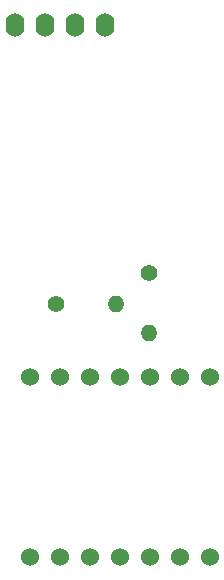
<source format=gbr>
%TF.GenerationSoftware,KiCad,Pcbnew,9.0.1*%
%TF.CreationDate,2025-07-17T13:04:37-04:00*%
%TF.ProjectId,hermes,6865726d-6573-42e6-9b69-6361645f7063,rev?*%
%TF.SameCoordinates,Original*%
%TF.FileFunction,Soldermask,Bot*%
%TF.FilePolarity,Negative*%
%FSLAX46Y46*%
G04 Gerber Fmt 4.6, Leading zero omitted, Abs format (unit mm)*
G04 Created by KiCad (PCBNEW 9.0.1) date 2025-07-17 13:04:37*
%MOMM*%
%LPD*%
G01*
G04 APERTURE LIST*
%ADD10C,1.400000*%
%ADD11O,1.400000X1.400000*%
%ADD12O,1.600000X2.000000*%
%ADD13C,1.524000*%
G04 APERTURE END LIST*
D10*
%TO.C,R1*%
X121650000Y-98370000D03*
D11*
X121650000Y-103450000D03*
%TD*%
D12*
%TO.C,DS1*%
X110300000Y-77400000D03*
X112840000Y-77400000D03*
X115380000Y-77400000D03*
X117920000Y-77400000D03*
%TD*%
D10*
%TO.C,R2*%
X113810000Y-100950000D03*
D11*
X118890000Y-100950000D03*
%TD*%
D13*
%TO.C,U2*%
X126851500Y-107180000D03*
X124311500Y-107180000D03*
X121771500Y-107180000D03*
X119231500Y-107180000D03*
X116691500Y-107180000D03*
X114151500Y-107180000D03*
X111611500Y-107180000D03*
X111611500Y-122420000D03*
X114151500Y-122420000D03*
X116691500Y-122420000D03*
X119231500Y-122420000D03*
X121771500Y-122420000D03*
X124311500Y-122420000D03*
X126851500Y-122420000D03*
%TD*%
M02*

</source>
